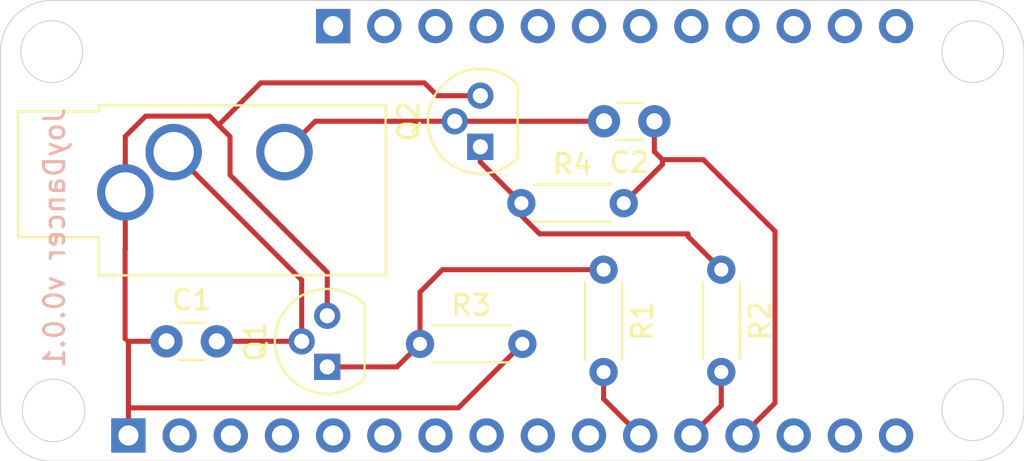
<source format=kicad_pcb>
(kicad_pcb (version 20240108) (generator "pcbnew") (generator_version "8.0")
  (layers (0 "F.Cu" signal) (31 "B.Cu" signal) (34 "B.Paste" user) (35 "F.Paste" user) (36 "B.SilkS" user "B.Silkscreen") (37 "F.SilkS" user "F.Silkscreen") (38 "B.Mask" user) (39 "F.Mask" user) (44 "Edge.Cuts" user))
  (net 0 "")
  (net 1 "GND")
  (net 2 "/1 TX")
  (net 3 "/0 RX")
  (net 4 "/MISO")
  (net 5 "/MOSI")
  (net 6 "/SCK")
  (net 7 "/A4")
  (net 8 "/A3")
  (net 9 "/A2")
  (net 10 "/A1")
  (net 11 "/A0")
  (net 12 "/AREF")
  (net 13 "/RST")
  (net 14 "/3.3V")
  (net 15 "/VBAT")
  (net 16 "/EN")
  (net 17 "/13")
  (net 18 "/12")
  (net 19 "/11")
  (net 20 "/10")
  (net 21 "/9")
  (net 22 "/6")
  (net 23 "/5")
  (net 24 "/SCL")
  (net 25 "/SDA")
  (net 26 "Net-(Q1-G)")
  (net 27 "/A5")
  (net 28 "/VBUS")
  (net 29 "Net-(Q1-S)")
  (net 30 "Net-(Q2-S)")
  (net 31 "Net-(Q2-G)")
  (footprint "Capacitor_THT:C_Disc_D3.0mm_W1.6mm_P2.50mm" (layer "F.Cu") (at 155.555 99.568 180)
    (property "Reference" "C2" (at 1.25 -2.05 360) (layer "F.SilkS"))
    (property "Value" "0.01")
    (fp_line (start 0.621 0.92) (end 1.879 0.92) (stroke (width 0.12)) (layer "F.SilkS"))
    (fp_line (start 0.621 -0.92) (end 1.879 -0.92) (stroke (width 0.12)) (layer "F.SilkS"))
    (pad "1" thru_hole circle (at 0 0 180) (size 1.6 1.6) (drill 0.8) (layers "*.Cu" "*.Mask") (net 1 "GND"))
    (pad "2" thru_hole circle (at 2.5 0 180) (size 1.6 1.6) (drill 0.8) (layers "*.Cu" "*.Mask") (net 30 "Net-(Q2-S)"))
  )
  (footprint "Connector_PinSocket_2.54mm:PinSocket_1x12_P2.54mm_Vertical" (layer "F.Cu") (at 139.6111 94.8436 90)
    (property "Reference" "J2" (hide yes))
    (property "Value" "Conn_01x12_Female" (hide yes))
    (pad "1" thru_hole rect (at 0 0 90) (size 1.7 1.7) (drill 1) (layers "*.Cu" "*.Mask") (net 15 "/VBAT"))
    (pad "2" thru_hole oval (at 0 2.54 90) (size 1.7 1.7) (drill 1) (layers "*.Cu" "*.Mask") (net 16 "/EN"))
    (pad "3" thru_hole oval (at 0 5.08 90) (size 1.7 1.7) (drill 1) (layers "*.Cu" "*.Mask") (net 28 "/VBUS"))
    (pad "4" thru_hole oval (at 0 7.62 90) (size 1.7 1.7) (drill 1) (layers "*.Cu" "*.Mask") (net 17 "/13"))
    (pad "5" thru_hole oval (at 0 10.16 90) (size 1.7 1.7) (drill 1) (layers "*.Cu" "*.Mask") (net 18 "/12"))
    (pad "6" thru_hole oval (at 0 12.7 90) (size 1.7 1.7) (drill 1) (layers "*.Cu" "*.Mask") (net 19 "/11"))
    (pad "7" thru_hole oval (at 0 15.24 90) (size 1.7 1.7) (drill 1) (layers "*.Cu" "*.Mask") (net 20 "/10"))
    (pad "8" thru_hole oval (at 0 17.78 90) (size 1.7 1.7) (drill 1) (layers "*.Cu" "*.Mask") (net 21 "/9"))
    (pad "9" thru_hole oval (at 0 20.32 90) (size 1.7 1.7) (drill 1) (layers "*.Cu" "*.Mask") (net 22 "/6"))
    (pad "10" thru_hole oval (at 0 22.86 90) (size 1.7 1.7) (drill 1) (layers "*.Cu" "*.Mask") (net 23 "/5"))
    (pad "11" thru_hole oval (at 0 25.4 90) (size 1.7 1.7) (drill 1) (layers "*.Cu" "*.Mask") (net 24 "/SCL"))
    (pad "12" thru_hole oval (at 0 27.94 90) (size 1.7 1.7) (drill 1) (layers "*.Cu" "*.Mask") (net 25 "/SDA"))
  )
  (footprint "Resistor_THT:R_Axial_DIN0204_L3.6mm_D1.6mm_P5.08mm_Horizontal" (layer "F.Cu") (at 153.035 106.934 -90)
    (property "Reference" "R1" (at 2.54 -1.92 90) (layer "F.SilkS"))
    (property "Value" "1K")
    (fp_line (start 0.62 0.92) (end 4.46 0.92) (stroke (width 0.12)) (layer "F.SilkS"))
    (fp_line (start 0.62 -0.92) (end 4.46 -0.92) (stroke (width 0.12)) (layer "F.SilkS"))
    (pad "1" thru_hole circle (at 0 0 270) (size 1.4 1.4) (drill 0.7) (layers "*.Cu" "*.Mask") (net 26 "Net-(Q1-G)"))
    (pad "2" thru_hole oval (at 5.08 0 270) (size 1.4 1.4) (drill 0.7) (layers "*.Cu" "*.Mask") (net 10 "/A1"))
  )
  (footprint "Capacitor_THT:C_Disc_D3.0mm_W1.6mm_P2.50mm" (layer "F.Cu") (at 131.338 110.49)
    (property "Reference" "C1" (at 1.25 -2.05 360) (layer "F.SilkS"))
    (property "Value" "0.01")
    (fp_line (start 0.621 -0.92) (end 1.879 -0.92) (stroke (width 0.12)) (layer "F.SilkS"))
    (fp_line (start 0.621 0.92) (end 1.879 0.92) (stroke (width 0.12)) (layer "F.SilkS"))
    (pad "1" thru_hole circle (at 0 0) (size 1.6 1.6) (drill 0.8) (layers "*.Cu" "*.Mask") (net 1 "GND"))
    (pad "2" thru_hole circle (at 2.5 0) (size 1.6 1.6) (drill 0.8) (layers "*.Cu" "*.Mask") (net 29 "Net-(Q1-S)"))
  )
  (footprint "Package_TO_SOT_THT:TO-92" (layer "F.Cu") (at 146.918 100.838 90)
    (property "Reference" "Q2" (at 1.27 -3.56 90) (layer "F.SilkS"))
    (property "Value" "2N7002")
    (fp_line (start -0.53 1.85) (end 3.07 1.85) (stroke (width 0.12)) (layer "F.SilkS"))
    (fp_arc (start 1.27 -2.6) (mid 3.672087 -0.994977) (end 3.108478 1.838478) (stroke (width 0.12)) (layer "F.SilkS"))
    (fp_arc (start -0.568478 1.838478) (mid -1.132087 -0.994977) (end 1.27 -2.6) (stroke (width 0.12)) (layer "F.SilkS"))
    (pad "1" thru_hole rect (at 0 0 90) (size 1.3 1.3) (drill 0.75) (layers "*.Cu" "*.Mask") (net 31 "Net-(Q2-G)"))
    (pad "2" thru_hole circle (at 1.27 -1.27 90) (size 1.3 1.3) (drill 0.75) (layers "*.Cu" "*.Mask") (net 30 "Net-(Q2-S)"))
    (pad "3" thru_hole circle (at 2.54 0 90) (size 1.3 1.3) (drill 0.75) (layers "*.Cu" "*.Mask") (net 1 "GND"))
  )
  (footprint "Resistor_THT:R_Axial_DIN0204_L3.6mm_D1.6mm_P5.08mm_Horizontal" (layer "F.Cu") (at 158.877 106.934 -90)
    (property "Reference" "R2" (at 2.54 -1.92 90) (layer "F.SilkS"))
    (property "Value" "1K")
    (fp_line (start 0.62 0.92) (end 4.46 0.92) (stroke (width 0.12)) (layer "F.SilkS"))
    (fp_line (start 0.62 -0.92) (end 4.46 -0.92) (stroke (width 0.12)) (layer "F.SilkS"))
    (pad "1" thru_hole circle (at 0 0 270) (size 1.4 1.4) (drill 0.7) (layers "*.Cu" "*.Mask") (net 31 "Net-(Q2-G)"))
    (pad "2" thru_hole oval (at 5.08 0 270) (size 1.4 1.4) (drill 0.7) (layers "*.Cu" "*.Mask") (net 11 "/A0"))
  )
  (footprint "Package_TO_SOT_THT:TO-92" (layer "F.Cu") (at 139.319 111.76 90)
    (property "Reference" "Q1" (at 1.27 -3.56 90) (layer "F.SilkS"))
    (property "Value" "2N7002")
    (fp_line (start -0.53 1.85) (end 3.07 1.85) (stroke (width 0.12)) (layer "F.SilkS"))
    (fp_arc (start 1.27 -2.6) (mid 3.672087 -0.994977) (end 3.108478 1.838478) (stroke (width 0.12)) (layer "F.SilkS"))
    (fp_arc (start -0.568478 1.838478) (mid -1.132087 -0.994977) (end 1.27 -2.6) (stroke (width 0.12)) (layer "F.SilkS"))
    (pad "1" thru_hole rect (at 0 0 90) (size 1.3 1.3) (drill 0.75) (layers "*.Cu" "*.Mask") (net 26 "Net-(Q1-G)"))
    (pad "2" thru_hole circle (at 1.27 -1.27 90) (size 1.3 1.3) (drill 0.75) (layers "*.Cu" "*.Mask") (net 29 "Net-(Q1-S)"))
    (pad "3" thru_hole circle (at 2.54 0 90) (size 1.3 1.3) (drill 0.75) (layers "*.Cu" "*.Mask") (net 1 "GND"))
  )
  (footprint "Connector_PinSocket_2.54mm:PinSocket_1x16_P2.54mm_Vertical" (layer "F.Cu") (at 129.4511 115.1636 90)
    (property "Reference" "J1" (hide yes))
    (property "Value" "Conn_01x16_Female" (hide yes))
    (pad "1" thru_hole rect (at 0 0 90) (size 1.7 1.7) (drill 1) (layers "*.Cu" "*.Mask") (net 1 "GND"))
    (pad "2" thru_hole oval (at 0 2.54 90) (size 1.7 1.7) (drill 1) (layers "*.Cu" "*.Mask") (net 2 "/1 TX"))
    (pad "3" thru_hole oval (at 0 5.08 90) (size 1.7 1.7) (drill 1) (layers "*.Cu" "*.Mask") (net 3 "/0 RX"))
    (pad "4" thru_hole oval (at 0 7.62 90) (size 1.7 1.7) (drill 1) (layers "*.Cu" "*.Mask") (net 4 "/MISO"))
    (pad "5" thru_hole oval (at 0 10.16 90) (size 1.7 1.7) (drill 1) (layers "*.Cu" "*.Mask") (net 5 "/MOSI"))
    (pad "6" thru_hole oval (at 0 12.7 90) (size 1.7 1.7) (drill 1) (layers "*.Cu" "*.Mask") (net 6 "/SCK"))
    (pad "7" thru_hole oval (at 0 15.24 90) (size 1.7 1.7) (drill 1) (layers "*.Cu" "*.Mask") (net 27 "/A5"))
    (pad "8" thru_hole oval (at 0 17.78 90) (size 1.7 1.7) (drill 1) (layers "*.Cu" "*.Mask") (net 7 "/A4"))
    (pad "9" thru_hole oval (at 0 20.32 90) (size 1.7 1.7) (drill 1) (layers "*.Cu" "*.Mask") (net 8 "/A3"))
    (pad "10" thru_hole oval (at 0 22.86 90) (size 1.7 1.7) (drill 1) (layers "*.Cu" "*.Mask") (net 9 "/A2"))
    (pad "11" thru_hole oval (at 0 25.4 90) (size 1.7 1.7) (drill 1) (layers "*.Cu" "*.Mask") (net 10 "/A1"))
    (pad "12" thru_hole oval (at 0 27.94 90) (size 1.7 1.7) (drill 1) (layers "*.Cu" "*.Mask") (net 11 "/A0"))
    (pad "13" thru_hole oval (at 0 30.48 90) (size 1.7 1.7) (drill 1) (layers "*.Cu" "*.Mask") (net 1 "GND"))
    (pad "14" thru_hole oval (at 0 33.02 90) (size 1.7 1.7) (drill 1) (layers "*.Cu" "*.Mask") (net 12 "/AREF"))
    (pad "15" thru_hole oval (at 0 35.56 90) (size 1.7 1.7) (drill 1) (layers "*.Cu" "*.Mask") (net 14 "/3.3V"))
    (pad "16" thru_hole oval (at 0 38.1 90) (size 1.7 1.7) (drill 1) (layers "*.Cu" "*.Mask") (net 13 "/RST"))
  )
  (footprint "Connector_Audio:Jack_3.5mm_CUI_SJ1-3533NG_Horizontal_CircularHoles" (layer "F.Cu") (at 129.296 103.097 90)
    (property "Reference" "J3" (hide yes))
    (property "Value" "TRS Audio Jack" (hide yes))
    (fp_line (start 4.02 -5.32) (end 4.02 -1.32) (stroke (width 0.12)) (layer "F.SilkS"))
    (fp_line (start -2.22 -5.32) (end 4.02 -5.32) (stroke (width 0.12)) (layer "F.SilkS"))
    (fp_line (start 4.32 -1.32) (end 4.32 12.92) (stroke (width 0.12)) (layer "F.SilkS"))
    (fp_line (start 4.02 -1.32) (end 4.32 -1.32) (stroke (width 0.12)) (layer "F.SilkS"))
    (fp_line (start -2.22 -1.32) (end -2.22 -5.32) (stroke (width 0.12)) (layer "F.SilkS"))
    (fp_line (start -4.12 -1.32) (end -2.22 -1.32) (stroke (width 0.12)) (layer "F.SilkS"))
    (fp_line (start 4.32 12.92) (end -4.12 12.92) (stroke (width 0.12)) (layer "F.SilkS"))
    (fp_line (start -4.12 12.92) (end -4.12 -1.32) (stroke (width 0.12)) (layer "F.SilkS"))
    (pad "R" thru_hole circle (at 2 7.9 90) (size 2.8 2.8) (drill 2) (layers "*.Cu" "*.Mask") (net 30 "Net-(Q2-S)"))
    (pad "S" thru_hole circle (at 0 0 90) (size 2.8 2.8) (drill 2) (layers "*.Cu" "*.Mask") (net 1 "GND"))
    (pad "T" thru_hole circle (at 2 2.4 90) (size 2.8 2.8) (drill 2) (layers "*.Cu" "*.Mask") (net 29 "Net-(Q1-S)"))
  )
  (footprint "Resistor_THT:R_Axial_DIN0204_L3.6mm_D1.6mm_P5.08mm_Horizontal" (layer "F.Cu") (at 143.9235 110.617)
    (property "Reference" "R3" (at 2.54 -1.92 0) (layer "F.SilkS"))
    (property "Value" "100K")
    (fp_line (start 0.62 -0.92) (end 4.46 -0.92) (stroke (width 0.12)) (layer "F.SilkS"))
    (fp_line (start 0.62 0.92) (end 4.46 0.92) (stroke (width 0.12)) (layer "F.SilkS"))
    (pad "1" thru_hole circle (at 0 0) (size 1.4 1.4) (drill 0.7) (layers "*.Cu" "*.Mask") (net 26 "Net-(Q1-G)"))
    (pad "2" thru_hole oval (at 5.08 0) (size 1.4 1.4) (drill 0.7) (layers "*.Cu" "*.Mask") (net 1 "GND"))
  )
  (footprint "Resistor_THT:R_Axial_DIN0204_L3.6mm_D1.6mm_P5.08mm_Horizontal" (layer "F.Cu") (at 148.955 103.632)
    (property "Reference" "R4" (at 2.54 -1.92 0) (layer "F.SilkS"))
    (property "Value" "100K")
    (fp_line (start 0.62 -0.92) (end 4.46 -0.92) (stroke (width 0.12)) (layer "F.SilkS"))
    (fp_line (start 0.62 0.92) (end 4.46 0.92) (stroke (width 0.12)) (layer "F.SilkS"))
    (pad "1" thru_hole circle (at 0 0) (size 1.4 1.4) (drill 0.7) (layers "*.Cu" "*.Mask") (net 31 "Net-(Q2-G)"))
    (pad "2" thru_hole oval (at 5.08 0) (size 1.4 1.4) (drill 0.7) (layers "*.Cu" "*.Mask") (net 1 "GND"))
  )
  (gr_circle (center 171.3611 113.8936) (end 170.688 112.522) (stroke (width 0.05)) (fill none) (layer "Edge.Cuts"))
  (gr_circle (center 125.73 113.919) (end 124.841 112.649) (stroke (width 0.05)) (fill none) (layer "Edge.Cuts"))
  (gr_arc (start 171.3611 93.5736) (mid 173.157151 94.317549) (end 173.9011 96.1136) (stroke (width 0.05)) (layer "Edge.Cuts"))
  (gr_line (start 125.6411 93.5736) (end 171.3611 93.5736) (stroke (width 0.05)) (layer "Edge.Cuts"))
  (gr_line (start 123.1011 113.8936) (end 123.1011 96.1136) (stroke (width 0.05)) (layer "Edge.Cuts"))
  (gr_line (start 173.9011 96.1136) (end 173.9011 113.8936) (stroke (width 0.05)) (layer "Edge.Cuts"))
  (gr_arc (start 123.1011 96.1136) (mid 123.845049 94.317549) (end 125.6411 93.5736) (stroke (width 0.05)) (layer "Edge.Cuts"))
  (gr_arc (start 173.9011 113.8936) (mid 173.157151 115.689651) (end 171.3611 116.4336) (stroke (width 0.05)) (layer "Edge.Cuts"))
  (gr_arc (start 125.6411 116.4336) (mid 123.845049 115.689651) (end 123.1011 113.8936) (stroke (width 0.05)) (layer "Edge.Cuts"))
  (gr_circle (center 125.6411 96.1136) (end 124.587 94.996) (stroke (width 0.05)) (fill none) (layer "Edge.Cuts"))
  (gr_line (start 171.3611 116.4336) (end 125.6411 116.4336) (stroke (width 0.05)) (layer "Edge.Cuts"))
  (gr_circle (center 171.3611 96.1136) (end 170.688 94.742) (stroke (width 0.05)) (fill none) (layer "Edge.Cuts"))
  (gr_text "JoyDancer v0.0.1" (at 126.365 98.806 90) (layer "B.SilkS") (effects (font (size 1 1)) (justify left bottom mirror)))
  (segment (start 134.493 100.33) (end 134.493 102.235) (width 0.25) (layer "F.Cu") (net 1))
  (segment (start 149.0035 110.617) (end 145.8285 113.792) (width 0.25) (layer "F.Cu") (net 1))
  (segment (start 136.017 97.663) (end 133.9215 99.7585) (width 0.25) (layer "F.Cu") (net 1))
  (segment (start 161.544 113.5507) (end 161.544 105.029) (width 0.25) (layer "F.Cu") (net 1))
  (segment (start 129.4511 113.792) (end 129.4511 110.5281) (width 0.25) (layer "F.Cu") (net 1))
  (segment (start 129.296 105.908) (end 129.286 105.918) (width 0.25) (layer "F.Cu") (net 1))
  (segment (start 161.544 105.029) (end 157.988 101.473) (width 0.25) (layer "F.Cu") (net 1))
  (segment (start 129.296 103.097) (end 129.296 100.32) (width 0.25) (layer "F.Cu") (net 1))
  (segment (start 129.4511 115.1636) (end 129.4511 113.792) (width 0.25) (layer "F.Cu") (net 1))
  (segment (start 133.9215 99.7585) (end 134.493 100.33) (width 0.25) (layer "F.Cu") (net 1))
  (segment (start 133.477 99.314) (end 133.9215 99.7585) (width 0.25) (layer "F.Cu") (net 1))
  (segment (start 131.338 110.49) (end 129.413 110.49) (width 0.25) (layer "F.Cu") (net 1))
  (segment (start 155.555 101.072) (end 155.956 101.473) (width 0.25) (layer "F.Cu") (net 1))
  (segment (start 144.78 98.298) (end 144.145 97.663) (width 0.25) (layer "F.Cu") (net 1))
  (segment (start 145.8285 113.792) (end 129.4511 113.792) (width 0.25) (layer "F.Cu") (net 1))
  (segment (start 134.493 102.235) (end 139.319 107.061) (width 0.25) (layer "F.Cu") (net 1))
  (segment (start 155.956 101.711) (end 154.035 103.632) (width 0.25) (layer "F.Cu") (net 1))
  (segment (start 129.286 110.363) (end 129.286 105.918) (width 0.25) (layer "F.Cu") (net 1))
  (segment (start 157.988 101.473) (end 155.956 101.473) (width 0.25) (layer "F.Cu") (net 1))
  (segment (start 146.918 98.298) (end 144.78 98.298) (width 0.25) (layer "F.Cu") (net 1))
  (segment (start 139.319 107.061) (end 139.319 109.22) (width 0.25) (layer "F.Cu") (net 1))
  (segment (start 130.302 99.314) (end 133.477 99.314) (width 0.25) (layer "F.Cu") (net 1))
  (segment (start 155.956 101.473) (end 155.956 101.711) (width 0.25) (layer "F.Cu") (net 1))
  (segment (start 155.555 99.568) (end 155.555 101.072) (width 0.25) (layer "F.Cu") (net 1))
  (segment (start 129.296 100.32) (end 130.302 99.314) (width 0.25) (layer "F.Cu") (net 1))
  (segment (start 129.296 103.097) (end 129.296 105.908) (width 0.25) (layer "F.Cu") (net 1))
  (segment (start 159.9311 115.1636) (end 161.544 113.5507) (width 0.25) (layer "F.Cu") (net 1))
  (segment (start 144.145 97.663) (end 136.017 97.663) (width 0.25) (layer "F.Cu") (net 1))
  (segment (start 153.035 113.3475) (end 153.035 112.014) (width 0.25) (layer "F.Cu") (net 10))
  (segment (start 154.8511 115.1636) (end 153.035 113.3475) (width 0.25) (layer "F.Cu") (net 10))
  (segment (start 158.877 113.6777) (end 158.877 112.014) (width 0.25) (layer "F.Cu") (net 11))
  (segment (start 157.353 115.1255) (end 157.3911 115.1636) (width 0.25) (layer "F.Cu") (net 11))
  (segment (start 157.3911 115.1636) (end 158.877 113.6777) (width 0.25) (layer "F.Cu") (net 11))
  (segment (start 147.066 95.0087) (end 147.2311 94.8436) (width 0.25) (layer "F.Cu") (net 17))
  (segment (start 150.114 95.1865) (end 149.7711 94.8436) (width 0.25) (layer "F.Cu") (net 18))
  (segment (start 139.319 111.76) (end 142.7805 111.76) (width 0.25) (layer "F.Cu") (net 26))
  (segment (start 145.034 106.934) (end 143.9235 108.0445) (width 0.25) (layer "F.Cu") (net 26))
  (segment (start 153.035 106.934) (end 145.034 106.934) (width 0.25) (layer "F.Cu") (net 26))
  (segment (start 143.9235 108.0445) (end 143.9235 110.617) (width 0.25) (layer "F.Cu") (net 26))
  (segment (start 142.7805 111.76) (end 143.9235 110.617) (width 0.25) (layer "F.Cu") (net 26))
  (segment (start 133.838 110.49) (end 138.049 110.49) (width 0.25) (layer "F.Cu") (net 29))
  (segment (start 138.049 107.45) (end 138.049 110.49) (width 0.25) (layer "F.Cu") (net 29))
  (segment (start 131.696 101.15) (end 131.696 101.097) (width 0.25) (layer "F.Cu") (net 29))
  (segment (start 131.696 101.097) (end 138.049 107.45) (width 0.25) (layer "F.Cu") (net 29))
  (segment (start 145.648 99.568) (end 153.055 99.568) (width 0.25) (layer "F.Cu") (net 30))
  (segment (start 138.725 99.568) (end 137.196 101.097) (width 0.25) (layer "F.Cu") (net 30))
  (segment (start 145.648 99.568) (end 138.725 99.568) (width 0.25) (layer "F.Cu") (net 30))
  (segment (start 157.226 105.156) (end 149.86 105.156) (width 0.25) (layer "F.Cu") (net 31))
  (segment (start 146.918 100.838) (end 146.918 101.595) (width 0.25) (layer "F.Cu") (net 31))
  (segment (start 158.877 106.934) (end 157.226 105.283) (width 0.25) (layer "F.Cu") (net 31))
  (segment (start 146.918 101.595) (end 148.955 103.632) (width 0.25) (layer "F.Cu") (net 31))
  (segment (start 149.86 105.156) (end 148.955 104.251) (width 0.25) (layer "F.Cu") (net 31))
  (segment (start 157.226 105.283) (end 157.226 105.156) (width 0.25) (layer "F.Cu") (net 31))
  (segment (start 148.955 104.251) (end 148.955 103.632) (width 0.25) (layer "F.Cu") (net 31))
)
</source>
